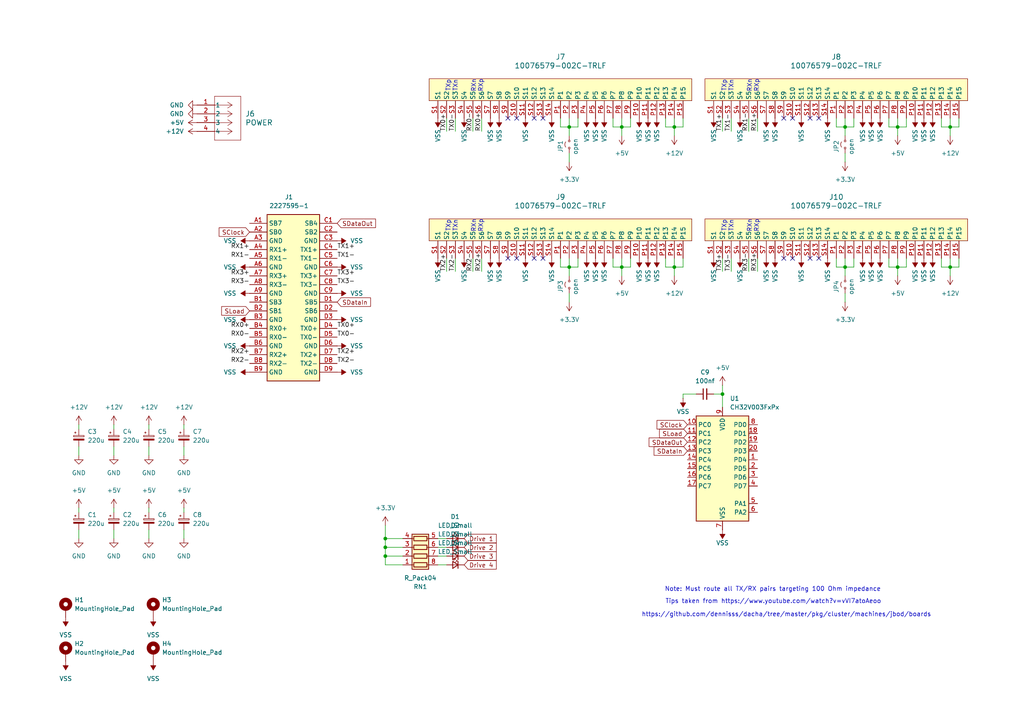
<source format=kicad_sch>
(kicad_sch (version 20250114) (generator "eeschema") (generator_version "9.0")
  (paper "A4")
  (lib_symbols
    (symbol "Device:C_Polarized_Small" (pin_numbers (hide yes)) (pin_names (offset 0.254) (hide yes))
      (property "Reference" "C" (at 0.254 1.778 0))
      (property "Value" "C_Polarized_Small" (at 0.254 -2.032 0))
      (symbol "C_Polarized_Small_1_1"
        (pin passive line (at 0 2.54 270) (length 1.8542) (name "~") (number "1"))
        (pin passive line (at 0 -2.54 90) (length 1.8542) (name "~") (number "2"))
      )
    )
    (symbol "Device:C_Small" (pin_numbers (hide yes)) (pin_names (offset 0.254) (hide yes))
      (property "Reference" "C" (at 0.254 1.778 0))
      (property "Value" "C_Small" (at 0.254 -2.032 0))
      (symbol "C_Small_1_1"
        (pin passive line (at 0 2.54 270) (length 2.032) (name "~") (number "1"))
        (pin passive line (at 0 -2.54 90) (length 2.032) (name "~") (number "2"))
      )
    )
    (symbol "Device:LED_Small" (pin_numbers (hide yes)) (pin_names (offset 0.254) (hide yes))
      (property "Reference" "D" (at -1.27 3.175 0))
      (property "Value" "LED_Small" (at -4.445 -2.54 0))
      (symbol "LED_Small_1_1"
        (pin passive line (at -2.54 0 0) (length 1.778) (name "K") (number "1"))
        (pin passive line (at 2.54 0 180) (length 1.778) (name "A") (number "2"))
      )
    )
    (symbol "Device:R_Pack04" (pin_names (offset 0) (hide yes))
      (property "Reference" "RN" (at -7.62 0 90))
      (property "Value" "R_Pack04" (at 5.08 0 90))
      (symbol "R_Pack04_1_1"
        (pin passive line (at -5.08 5.08 270) (length 2.54) (name "R1.2") (number "8"))
        (pin passive line (at -5.08 -5.08 90) (length 2.54) (name "R1.1") (number "1"))
        (pin passive line (at -2.54 5.08 270) (length 2.54) (name "R2.2") (number "7"))
        (pin passive line (at -2.54 -5.08 90) (length 2.54) (name "R2.1") (number "2"))
        (pin passive line (at 0 5.08 270) (length 2.54) (name "R3.2") (number "6"))
        (pin passive line (at 0 -5.08 90) (length 2.54) (name "R3.1") (number "3"))
        (pin passive line (at 2.54 5.08 270) (length 2.54) (name "R4.2") (number "5"))
        (pin passive line (at 2.54 -5.08 90) (length 2.54) (name "R4.1") (number "4"))
      )
    )
    (symbol "Jumper:Jumper_2_Small_Open" (pin_numbers (hide yes)) (pin_names (offset 0) (hide yes))
      (property "Reference" "JP" (at 0 2.794 0))
      (property "Value" "Jumper_2_Small_Open" (at 0 -2.286 0))
      (symbol "Jumper_2_Small_Open_1_1"
        (pin passive line (at -2.54 0 0) (length 1.27) (name "A") (number "1"))
        (pin passive line (at 2.54 0 180) (length 1.27) (name "B") (number "2"))
      )
    )
    (symbol "MCU_WCH_CH32V0:CH32V003FxPx"
      (property "Reference" "U" (at -7.62 17.78 0))
      (property "Value" "CH32V003FxPx" (at 7.62 17.78 0))
      (symbol "CH32V003FxPx_1_1"
        (pin bidirectional line (at -10.16 12.7 0) (length 2.54) (name "PC0") (number "10"))
        (pin bidirectional line (at -10.16 10.16 0) (length 2.54) (name "PC1") (number "11"))
        (pin bidirectional line (at -10.16 7.62 0) (length 2.54) (name "PC2") (number "12"))
        (pin bidirectional line (at -10.16 5.08 0) (length 2.54) (name "PC3") (number "13"))
        (pin bidirectional line (at -10.16 2.54 0) (length 2.54) (name "PC4") (number "14"))
        (pin bidirectional line (at -10.16 0 0) (length 2.54) (name "PC5") (number "15"))
        (pin bidirectional line (at -10.16 -2.54 0) (length 2.54) (name "PC6") (number "16"))
        (pin bidirectional line (at -10.16 -5.08 0) (length 2.54) (name "PC7") (number "17"))
        (pin power_in line (at 0 17.78 270) (length 2.54) (name "VDD") (number "9"))
        (pin power_in line (at 0 -17.78 90) (length 2.54) (name "VSS") (number "7"))
        (pin bidirectional line (at 10.16 12.7 180) (length 2.54) (name "PD0") (number "8"))
        (pin bidirectional line (at 10.16 10.16 180) (length 2.54) (name "PD1") (number "18"))
        (pin bidirectional line (at 10.16 7.62 180) (length 2.54) (name "PD2") (number "19"))
        (pin bidirectional line (at 10.16 5.08 180) (length 2.54) (name "PD3") (number "20"))
        (pin bidirectional line (at 10.16 2.54 180) (length 2.54) (name "PD4") (number "1"))
        (pin bidirectional line (at 10.16 0 180) (length 2.54) (name "PD5") (number "2"))
        (pin bidirectional line (at 10.16 -2.54 180) (length 2.54) (name "PD6") (number "3"))
        (pin bidirectional line (at 10.16 -5.08 180) (length 2.54) (name "PD7") (number "4"))
        (pin bidirectional line (at 10.16 -10.16 180) (length 2.54) (name "PA1") (number "5"))
        (pin bidirectional line (at 10.16 -12.7 180) (length 2.54) (name "PA2") (number "6"))
      )
    )
    (symbol "Mechanical:MountingHole_Pad" (pin_numbers (hide yes)) (pin_names (offset 1.016) (hide yes)) (exclude_from_sim yes) (in_bom no)
      (property "Reference" "H" (at 0 6.35 0))
      (property "Value" "MountingHole_Pad" (at 0 4.445 0))
      (symbol "MountingHole_Pad_1_1"
        (pin input line (at 0 -2.54 90) (length 2.54) (name "1") (number "1"))
      )
    )
    (symbol "UE-Connector:10076579-002C-TRLF" (pin_names (offset 0.254))
      (property "Reference" "J" (at 8.89 6.35 0))
      (property "Value" "10076579-002C-TRLF" (at 1.27 4.064 0))
      (symbol "10076579-002C-TRLF_1_1"
        (pin unspecified line (at 0 0 0) (length 5.08) (name "S1") (number "S1"))
        (pin unspecified line (at 0 -2.54 0) (length 5.08) (name "S2") (number "S2"))
        (pin unspecified line (at 0 -5.08 0) (length 5.08) (name "S3") (number "S3"))
        (pin unspecified line (at 0 -7.62 0) (length 5.08) (name "S4") (number "S4"))
        (pin unspecified line (at 0 -10.16 0) (length 5.08) (name "S5") (number "S5"))
        (pin unspecified line (at 0 -12.7 0) (length 5.08) (name "S6") (number "S6"))
        (pin unspecified line (at 0 -15.24 0) (length 5.08) (name "S7") (number "S7"))
        (pin unspecified line (at 0 -17.78 0) (length 5.08) (name "S8") (number "S8"))
        (pin unspecified line (at 0 -20.32 0) (length 5.08) (name "S9") (number "S9"))
        (pin unspecified line (at 0 -22.86 0) (length 5.08) (name "S10") (number "S10"))
        (pin unspecified line (at 0 -25.4 0) (length 5.08) (name "S11") (number "S11"))
        (pin unspecified line (at 0 -27.94 0) (length 5.08) (name "S12") (number "S12"))
        (pin unspecified line (at 0 -30.48 0) (length 5.08) (name "S13") (number "S13"))
        (pin unspecified line (at 0 -33.02 0) (length 5.08) (name "S14") (number "S14"))
        (pin unspecified line (at 0 -35.56 0) (length 5.08) (name "P1") (number "P1"))
        (pin unspecified line (at 0 -38.1 0) (length 5.08) (name "P2") (number "P2"))
        (pin unspecified line (at 0 -40.64 0) (length 5.08) (name "P3") (number "P3"))
        (pin unspecified line (at 0 -43.18 0) (length 5.08) (name "P4") (number "P4"))
        (pin unspecified line (at 0 -45.72 0) (length 5.08) (name "P5") (number "P5"))
        (pin unspecified line (at 0 -48.26 0) (length 5.08) (name "P6") (number "P6"))
        (pin unspecified line (at 0 -50.8 0) (length 5.08) (name "P7") (number "P7"))
        (pin unspecified line (at 0 -53.34 0) (length 5.08) (name "P8") (number "P8"))
        (pin unspecified line (at 0 -55.88 0) (length 5.08) (name "P9") (number "P9"))
        (pin unspecified line (at 0 -58.42 0) (length 5.08) (name "P10") (number "P10"))
        (pin unspecified line (at 0 -60.96 0) (length 5.08) (name "P11") (number "P11"))
        (pin unspecified line (at 0 -63.5 0) (length 5.08) (name "P12") (number "P12"))
        (pin unspecified line (at 0 -66.04 0) (length 5.08) (name "P13") (number "P13"))
        (pin unspecified line (at 0 -68.58 0) (length 5.08) (name "P14") (number "P14"))
        (pin unspecified line (at 0 -71.12 0) (length 5.08) (name "P15") (number "P15"))
      )
      (symbol "10076579-002C-TRLF_1_2"
        (pin unspecified line (at 0 0 0) (length 5.08) (name "S1") (number "S1"))
        (pin unspecified line (at 0 -2.54 0) (length 5.08) (name "S2") (number "S2"))
        (pin unspecified line (at 0 -5.08 0) (length 5.08) (name "S3") (number "S3"))
        (pin unspecified line (at 0 -7.62 0) (length 5.08) (name "S4") (number "S4"))
        (pin unspecified line (at 0 -10.16 0) (length 5.08) (name "S5") (number "S5"))
        (pin unspecified line (at 0 -12.7 0) (length 5.08) (name "S6") (number "S6"))
        (pin unspecified line (at 0 -15.24 0) (length 5.08) (name "S7") (number "S7"))
        (pin unspecified line (at 0 -17.78 0) (length 5.08) (name "S8") (number "S8"))
        (pin unspecified line (at 0 -20.32 0) (length 5.08) (name "S9") (number "S9"))
        (pin unspecified line (at 0 -22.86 0) (length 5.08) (name "S10") (number "S10"))
        (pin unspecified line (at 0 -25.4 0) (length 5.08) (name "S11") (number "S11"))
        (pin unspecified line (at 0 -27.94 0) (length 5.08) (name "S12") (number "S12"))
        (pin unspecified line (at 0 -30.48 0) (length 5.08) (name "S13") (number "S13"))
        (pin unspecified line (at 0 -33.02 0) (length 5.08) (name "S14") (number "S14"))
        (pin unspecified line (at 0 -35.56 0) (length 5.08) (name "P1") (number "P1"))
        (pin unspecified line (at 0 -38.1 0) (length 5.08) (name "P2") (number "P2"))
        (pin unspecified line (at 0 -40.64 0) (length 5.08) (name "P3") (number "P3"))
        (pin unspecified line (at 0 -43.18 0) (length 5.08) (name "P4") (number "P4"))
        (pin unspecified line (at 0 -45.72 0) (length 5.08) (name "P5") (number "P5"))
        (pin unspecified line (at 0 -48.26 0) (length 5.08) (name "P6") (number "P6"))
        (pin unspecified line (at 0 -50.8 0) (length 5.08) (name "P7") (number "P7"))
        (pin unspecified line (at 0 -53.34 0) (length 5.08) (name "P8") (number "P8"))
        (pin unspecified line (at 0 -55.88 0) (length 5.08) (name "P9") (number "P9"))
        (pin unspecified line (at 0 -58.42 0) (length 5.08) (name "P10") (number "P10"))
        (pin unspecified line (at 0 -60.96 0) (length 5.08) (name "P11") (number "P11"))
        (pin unspecified line (at 0 -63.5 0) (length 5.08) (name "P12") (number "P12"))
        (pin unspecified line (at 0 -66.04 0) (length 5.08) (name "P13") (number "P13"))
        (pin unspecified line (at 0 -68.58 0) (length 5.08) (name "P14") (number "P14"))
        (pin unspecified line (at 0 -71.12 0) (length 5.08) (name "P15") (number "P15"))
      )
    )
    (symbol "UE-Connector:2227595-1"
      (property "Reference" "J" (at 5.08 7.62 0))
      (property "Value" "2227595-1" (at 5.08 5.08 0))
      (symbol "2227595-1_1_1"
        (pin passive line (at 0 0 0) (length 5.08) (name "SB7") (number "A1"))
        (pin passive line (at 0 -2.54 0) (length 5.08) (name "SB0") (number "A2"))
        (pin passive line (at 0 -5.08 0) (length 5.08) (name "GND") (number "A3"))
        (pin passive line (at 0 -7.62 0) (length 5.08) (name "RX1+") (number "A4"))
        (pin passive line (at 0 -10.16 0) (length 5.08) (name "RX1-") (number "A5"))
        (pin passive line (at 0 -12.7 0) (length 5.08) (name "GND") (number "A6"))
        (pin passive line (at 0 -15.24 0) (length 5.08) (name "RX3+") (number "A7"))
        (pin passive line (at 0 -17.78 0) (length 5.08) (name "RX3-") (number "A8"))
        (pin passive line (at 0 -20.32 0) (length 5.08) (name "GND") (number "A9"))
        (pin passive line (at 0 -22.86 0) (length 5.08) (name "SB3") (number "B1"))
        (pin passive line (at 0 -25.4 0) (length 5.08) (name "SB1") (number "B2"))
        (pin passive line (at 0 -27.94 0) (length 5.08) (name "GND") (number "B3"))
        (pin passive line (at 0 -30.48 0) (length 5.08) (name "RX0+") (number "B4"))
        (pin passive line (at 0 -33.02 0) (length 5.08) (name "RX0-") (number "B5"))
        (pin passive line (at 0 -35.56 0) (length 5.08) (name "GND") (number "B6"))
        (pin passive line (at 0 -38.1 0) (length 5.08) (name "RX2+") (number "B7"))
        (pin passive line (at 0 -40.64 0) (length 5.08) (name "RX2-") (number "B8"))
        (pin passive line (at 0 -43.18 0) (length 5.08) (name "GND") (number "B9"))
        (pin passive line (at 25.4 0 180) (length 5.08) (name "SB4") (number "C1"))
        (pin passive line (at 25.4 -2.54 180) (length 5.08) (name "SB2") (number "C2"))
        (pin passive line (at 25.4 -5.08 180) (length 5.08) (name "GND") (number "C3"))
        (pin passive line (at 25.4 -7.62 180) (length 5.08) (name "TX1+") (number "C4"))
        (pin passive line (at 25.4 -10.16 180) (length 5.08) (name "TX1-") (number "C5"))
        (pin passive line (at 25.4 -12.7 180) (length 5.08) (name "GND") (number "C6"))
        (pin passive line (at 25.4 -15.24 180) (length 5.08) (name "TX3+") (number "C7"))
        (pin passive line (at 25.4 -17.78 180) (length 5.08) (name "TX3-") (number "C8"))
        (pin passive line (at 25.4 -20.32 180) (length 5.08) (name "GND") (number "C9"))
        (pin passive line (at 25.4 -22.86 180) (length 5.08) (name "SB5") (number "D1"))
        (pin passive line (at 25.4 -25.4 180) (length 5.08) (name "SB6") (number "D2"))
        (pin passive line (at 25.4 -27.94 180) (length 5.08) (name "GND") (number "D3"))
        (pin passive line (at 25.4 -30.48 180) (length 5.08) (name "TX0+") (number "D4"))
        (pin passive line (at 25.4 -33.02 180) (length 5.08) (name "TX0-") (number "D5"))
        (pin passive line (at 25.4 -35.56 180) (length 5.08) (name "GND") (number "D6"))
        (pin passive line (at 25.4 -38.1 180) (length 5.08) (name "TX2+") (number "D7"))
        (pin passive line (at 25.4 -40.64 180) (length 5.08) (name "TX2-") (number "D8"))
        (pin passive line (at 25.4 -43.18 180) (length 5.08) (name "GND") (number "D9"))
      )
    )
    (symbol "molex_microfit_2x2:430450423" (pin_names (offset 0.254))
      (property "Reference" "J" (at 8.89 6.35 0))
      (property "Value" "430450423" (at 0 0 0))
      (symbol "430450423_1_1"
        (pin unspecified line (at 0 0 0) (length 5.08) (name "1") (number "1"))
        (pin unspecified line (at 0 -2.54 0) (length 5.08) (name "2") (number "2"))
        (pin unspecified line (at 0 -5.08 0) (length 5.08) (name "3") (number "3"))
        (pin unspecified line (at 0 -7.62 0) (length 5.08) (name "4") (number "4"))
      )
      (symbol "430450423_1_2"
        (pin unspecified line (at 0 0 0) (length 5.08) (name "1") (number "1"))
        (pin unspecified line (at 0 -2.54 0) (length 5.08) (name "2") (number "2"))
        (pin unspecified line (at 0 -5.08 0) (length 5.08) (name "3") (number "3"))
        (pin unspecified line (at 0 -7.62 0) (length 5.08) (name "4") (number "4"))
      )
    )
    (symbol "power:+12V" (power) (pin_numbers (hide yes)) (pin_names (offset 0) (hide yes))
      (property "Value" "+12V" (at 0 3.556 0))
      (symbol "+12V_1_1"
        (pin power_in line (at 0 0 90) (length 0) (name "~") (number "1"))
      )
    )
    (symbol "power:+3.3V" (power) (pin_numbers (hide yes)) (pin_names (offset 0) (hide yes))
      (property "Value" "+3.3V" (at 0 3.556 0))
      (symbol "+3.3V_1_1"
        (pin power_in line (at 0 0 90) (length 0) (name "~") (number "1"))
      )
    )
    (symbol "power:+5V" (power) (pin_numbers (hide yes)) (pin_names (offset 0) (hide yes))
      (property "Value" "+5V" (at 0 3.556 0))
      (symbol "+5V_1_1"
        (pin power_in line (at 0 0 90) (length 0) (name "~") (number "1"))
      )
    )
    (symbol "power:GND" (power) (pin_names (offset 0))
      (property "Value" "GND" (at 0 -3.81 0))
      (symbol "GND_1_1"
        (pin power_in line (at 0 0 270) (length 0) (hide yes) (name "GND") (number "1"))
      )
    )
    (symbol "power:VSS" (power) (pin_numbers (hide yes)) (pin_names (offset 0) (hide yes))
      (property "Value" "VSS" (at 0 3.556 0))
      (symbol "VSS_1_1"
        (pin power_in line (at 0 0 90) (length 0) (name "~") (number "1"))
      )
    )
  )
  (text "RXn\nRXp" (at 138.43 65.532 90) (effects (font (size 1.27 1.27))))
  (text "RXn\nRXp" (at 138.43 24.892 90) (effects (font (size 1.27 1.27))))
  (text "https://github.com/dennisss/dacha/tree/master/pkg/cluster/machines/jbod/boards" (at 228.092 178.308 0) (effects (font (size 1.27 1.27))))
  (text "TXp\nTXn" (at 131.064 24.892 90) (effects (font (size 1.27 1.27))))
  (text "TXp\nTXn" (at 211.074 65.532 90) (effects (font (size 1.27 1.27))))
  (text "RXn\nRXp" (at 218.44 24.892 90) (effects (font (size 1.27 1.27))))
  (text "TXp\nTXn" (at 131.064 65.532 90) (effects (font (size 1.27 1.27))))
  (text "TXp\nTXn" (at 211.074 24.892 90) (effects (font (size 1.27 1.27))))
  (text "Tips taken from https://www.youtube.com/watch?v=vVI7atoAeoo" (at 224.282 174.498 0) (effects (font (size 1.27 1.27))))
  (text "RXn\nRXp" (at 218.44 65.532 90) (effects (font (size 1.27 1.27))))
  (text "Note: Must route all TX/RX pairs targeting 100 Ohm impedance" (at 192.786 171.704 0) (effects (font (size 1.27 1.27)) (justify left bottom)))
  (junction (at 165.1 36.83))
  (junction (at 260.35 36.83))
  (junction (at 111.76 161.29))
  (junction (at 275.59 77.47))
  (junction (at 245.11 77.47))
  (junction (at 180.34 36.83))
  (junction (at 245.11 36.83))
  (junction (at 195.58 77.47))
  (junction (at 275.59 36.83))
  (junction (at 260.35 77.47))
  (junction (at 195.58 36.83))
  (junction (at 209.55 114.3))
  (junction (at 165.1 77.47))
  (junction (at 180.34 77.47))
  (junction (at 111.76 156.21))
  (junction (at 111.76 158.75))
  (no_connect (at 149.86 34.29))
  (no_connect (at 157.48 34.29))
  (no_connect (at 157.48 74.93))
  (no_connect (at 237.49 34.29))
  (no_connect (at 234.95 34.29))
  (no_connect (at 229.87 74.93))
  (no_connect (at 227.33 74.93))
  (no_connect (at 147.32 34.29))
  (no_connect (at 227.33 34.29))
  (no_connect (at 154.94 34.29))
  (no_connect (at 237.49 74.93))
  (no_connect (at 234.95 74.93))
  (no_connect (at 149.86 74.93))
  (no_connect (at 229.87 34.29))
  (no_connect (at 154.94 74.93))
  (no_connect (at 147.32 74.93))
  (wire (pts (xy 212.09 74.93) (xy 212.09 78.74)))
  (wire (pts (xy 43.18 153.67) (xy 43.18 156.21)))
  (wire (pts (xy 262.89 74.93) (xy 262.89 77.47)))
  (wire (pts (xy 137.16 74.93) (xy 137.16 78.74)))
  (wire (pts (xy 165.1 85.09) (xy 165.1 87.63)))
  (wire (pts (xy 43.18 123.19) (xy 43.18 124.46)))
  (wire (pts (xy 247.65 77.47) (xy 247.65 74.93)))
  (wire (pts (xy 209.55 74.93) (xy 209.55 78.74)))
  (wire (pts (xy 165.1 77.47) (xy 165.1 80.01)))
  (wire (pts (xy 195.58 77.47) (xy 198.12 77.47)))
  (wire (pts (xy 182.88 34.29) (xy 182.88 36.83)))
  (wire (pts (xy 219.71 34.29) (xy 219.71 38.1)))
  (wire (pts (xy 193.04 36.83) (xy 195.58 36.83)))
  (wire (pts (xy 137.16 34.29) (xy 137.16 38.1)))
  (wire (pts (xy 127 158.75) (xy 129.54 158.75)))
  (wire (pts (xy 116.84 163.83) (xy 111.76 163.83)))
  (wire (pts (xy 139.7 34.29) (xy 139.7 38.1)))
  (wire (pts (xy 260.35 34.29) (xy 260.35 36.83)))
  (wire (pts (xy 177.8 36.83) (xy 180.34 36.83)))
  (wire (pts (xy 275.59 36.83) (xy 278.13 36.83)))
  (wire (pts (xy 180.34 77.47) (xy 182.88 77.47)))
  (wire (pts (xy 111.76 161.29) (xy 116.84 161.29)))
  (wire (pts (xy 242.57 36.83) (xy 245.11 36.83)))
  (wire (pts (xy 193.04 74.93) (xy 193.04 77.47)))
  (wire (pts (xy 219.71 74.93) (xy 219.71 78.74)))
  (wire (pts (xy 217.17 74.93) (xy 217.17 78.74)))
  (wire (pts (xy 245.11 77.47) (xy 247.65 77.47)))
  (wire (pts (xy 111.76 156.21) (xy 116.84 156.21)))
  (wire (pts (xy 245.11 77.47) (xy 245.11 80.01)))
  (wire (pts (xy 180.34 34.29) (xy 180.34 36.83)))
  (wire (pts (xy 260.35 77.47) (xy 260.35 80.01)))
  (wire (pts (xy 245.11 34.29) (xy 245.11 36.83)))
  (wire (pts (xy 195.58 36.83) (xy 198.12 36.83)))
  (wire (pts (xy 167.64 36.83) (xy 167.64 34.29)))
  (wire (pts (xy 165.1 34.29) (xy 165.1 36.83)))
  (wire (pts (xy 22.86 153.67) (xy 22.86 156.21)))
  (wire (pts (xy 53.34 123.19) (xy 53.34 124.46)))
  (wire (pts (xy 111.76 158.75) (xy 111.76 156.21)))
  (wire (pts (xy 22.86 123.19) (xy 22.86 124.46)))
  (wire (pts (xy 111.76 161.29) (xy 111.76 158.75)))
  (wire (pts (xy 275.59 77.47) (xy 278.13 77.47)))
  (wire (pts (xy 43.18 129.54) (xy 43.18 132.08)))
  (wire (pts (xy 209.55 34.29) (xy 209.55 38.1)))
  (wire (pts (xy 177.8 74.93) (xy 177.8 77.47)))
  (wire (pts (xy 247.65 36.83) (xy 247.65 34.29)))
  (wire (pts (xy 165.1 44.45) (xy 165.1 46.99)))
  (wire (pts (xy 195.58 34.29) (xy 195.58 36.83)))
  (wire (pts (xy 182.88 74.93) (xy 182.88 77.47)))
  (wire (pts (xy 275.59 34.29) (xy 275.59 36.83)))
  (wire (pts (xy 193.04 77.47) (xy 195.58 77.47)))
  (wire (pts (xy 209.55 111.76) (xy 209.55 114.3)))
  (wire (pts (xy 278.13 34.29) (xy 278.13 36.83)))
  (wire (pts (xy 275.59 74.93) (xy 275.59 77.47)))
  (wire (pts (xy 111.76 158.75) (xy 116.84 158.75)))
  (wire (pts (xy 257.81 77.47) (xy 260.35 77.47)))
  (wire (pts (xy 180.34 36.83) (xy 182.88 36.83)))
  (wire (pts (xy 167.64 77.47) (xy 167.64 74.93)))
  (wire (pts (xy 198.12 115.57) (xy 198.12 114.3)))
  (wire (pts (xy 22.86 129.54) (xy 22.86 132.08)))
  (wire (pts (xy 198.12 34.29) (xy 198.12 36.83)))
  (wire (pts (xy 127 156.21) (xy 129.54 156.21)))
  (wire (pts (xy 278.13 74.93) (xy 278.13 77.47)))
  (wire (pts (xy 257.81 34.29) (xy 257.81 36.83)))
  (wire (pts (xy 245.11 36.83) (xy 247.65 36.83)))
  (wire (pts (xy 165.1 36.83) (xy 167.64 36.83)))
  (wire (pts (xy 195.58 77.47) (xy 195.58 80.01)))
  (wire (pts (xy 275.59 36.83) (xy 275.59 39.37)))
  (wire (pts (xy 177.8 77.47) (xy 180.34 77.47)))
  (wire (pts (xy 245.11 44.45) (xy 245.11 46.99)))
  (wire (pts (xy 180.34 36.83) (xy 180.34 39.37)))
  (wire (pts (xy 129.54 74.93) (xy 129.54 78.74)))
  (wire (pts (xy 273.05 77.47) (xy 275.59 77.47)))
  (wire (pts (xy 53.34 153.67) (xy 53.34 156.21)))
  (wire (pts (xy 195.58 36.83) (xy 195.58 39.37)))
  (wire (pts (xy 33.02 123.19) (xy 33.02 124.46)))
  (wire (pts (xy 242.57 77.47) (xy 245.11 77.47)))
  (wire (pts (xy 127 163.83) (xy 129.54 163.83)))
  (wire (pts (xy 33.02 153.67) (xy 33.02 156.21)))
  (wire (pts (xy 217.17 34.29) (xy 217.17 38.1)))
  (wire (pts (xy 245.11 85.09) (xy 245.11 87.63)))
  (wire (pts (xy 273.05 34.29) (xy 273.05 36.83)))
  (wire (pts (xy 257.81 74.93) (xy 257.81 77.47)))
  (wire (pts (xy 180.34 74.93) (xy 180.34 77.47)))
  (wire (pts (xy 22.86 147.32) (xy 22.86 148.59)))
  (wire (pts (xy 260.35 36.83) (xy 260.35 39.37)))
  (wire (pts (xy 132.08 74.93) (xy 132.08 78.74)))
  (wire (pts (xy 162.56 36.83) (xy 165.1 36.83)))
  (wire (pts (xy 193.04 34.29) (xy 193.04 36.83)))
  (wire (pts (xy 275.59 77.47) (xy 275.59 80.01)))
  (wire (pts (xy 111.76 163.83) (xy 111.76 161.29)))
  (wire (pts (xy 260.35 74.93) (xy 260.35 77.47)))
  (wire (pts (xy 111.76 156.21) (xy 111.76 152.4)))
  (wire (pts (xy 260.35 77.47) (xy 262.89 77.47)))
  (wire (pts (xy 33.02 129.54) (xy 33.02 132.08)))
  (wire (pts (xy 207.01 114.3) (xy 209.55 114.3)))
  (wire (pts (xy 257.81 36.83) (xy 260.35 36.83)))
  (wire (pts (xy 209.55 114.3) (xy 209.55 118.11)))
  (wire (pts (xy 129.54 34.29) (xy 129.54 38.1)))
  (wire (pts (xy 132.08 34.29) (xy 132.08 38.1)))
  (wire (pts (xy 245.11 74.93) (xy 245.11 77.47)))
  (wire (pts (xy 127 161.29) (xy 129.54 161.29)))
  (wire (pts (xy 165.1 74.93) (xy 165.1 77.47)))
  (wire (pts (xy 195.58 74.93) (xy 195.58 77.47)))
  (wire (pts (xy 53.34 147.32) (xy 53.34 148.59)))
  (wire (pts (xy 260.35 36.83) (xy 262.89 36.83)))
  (wire (pts (xy 162.56 74.93) (xy 162.56 77.47)))
  (wire (pts (xy 162.56 34.29) (xy 162.56 36.83)))
  (wire (pts (xy 165.1 36.83) (xy 165.1 39.37)))
  (wire (pts (xy 33.02 147.32) (xy 33.02 148.59)))
  (wire (pts (xy 53.34 129.54) (xy 53.34 132.08)))
  (wire (pts (xy 242.57 34.29) (xy 242.57 36.83)))
  (wire (pts (xy 43.18 147.32) (xy 43.18 148.59)))
  (wire (pts (xy 177.8 34.29) (xy 177.8 36.83)))
  (wire (pts (xy 262.89 34.29) (xy 262.89 36.83)))
  (wire (pts (xy 273.05 74.93) (xy 273.05 77.47)))
  (wire (pts (xy 180.34 77.47) (xy 180.34 80.01)))
  (wire (pts (xy 198.12 114.3) (xy 201.93 114.3)))
  (wire (pts (xy 162.56 77.47) (xy 165.1 77.47)))
  (wire (pts (xy 212.09 34.29) (xy 212.09 38.1)))
  (wire (pts (xy 198.12 74.93) (xy 198.12 77.47)))
  (wire (pts (xy 139.7 74.93) (xy 139.7 78.74)))
  (wire (pts (xy 245.11 36.83) (xy 245.11 39.37)))
  (wire (pts (xy 242.57 74.93) (xy 242.57 77.47)))
  (wire (pts (xy 273.05 36.83) (xy 275.59 36.83)))
  (wire (pts (xy 165.1 77.47) (xy 167.64 77.47)))
  (label "TX1-" (at 97.79 74.93 0))
  (label "TX0-" (at 97.79 97.79 0))
  (label "RX3+" (at 72.39 80.01 180))
  (label "TX1+" (at 209.55 38.1 90))
  (label "RX3-" (at 217.17 78.74 90))
  (label "TX0-" (at 132.08 38.1 90))
  (label "RX3+" (at 219.71 78.74 90))
  (label "TX2+" (at 129.54 78.74 90))
  (label "TX3-" (at 212.09 78.74 90))
  (label "TX3-" (at 97.79 82.55 0))
  (label "RX1+" (at 72.39 72.39 180))
  (label "RX2+" (at 72.39 102.87 180))
  (label "TX2+" (at 97.79 102.87 0))
  (label "TX1-" (at 212.09 38.1 90))
  (label "TX2-" (at 97.79 105.41 0))
  (label "TX3+" (at 97.79 80.01 0))
  (label "RX2-" (at 72.39 105.41 180))
  (label "RX0+" (at 139.7 38.1 90))
  (label "TX1+" (at 97.79 72.39 0))
  (label "RX0-" (at 72.39 97.79 180))
  (label "TX0+" (at 97.79 95.25 0))
  (label "RX3-" (at 72.39 82.55 180))
  (label "RX2+" (at 139.7 78.74 90))
  (label "TX0+" (at 129.54 38.1 90))
  (label "RX2-" (at 137.16 78.74 90))
  (label "RX0+" (at 72.39 95.25 180))
  (label "RX0-" (at 137.16 38.1 90))
  (label "RX1-" (at 217.17 38.1 90))
  (label "RX1+" (at 219.71 38.1 90))
  (label "TX2-" (at 132.08 78.74 90))
  (label "TX3+" (at 209.55 78.74 90))
  (label "RX1-" (at 72.39 74.93 180))
  (global_label "Drive 2" (shape input) (at 134.62 158.75 0) (property "Intersheetrefs" "${INTERSHEET_REFS}" (effects (hide yes))))
  (global_label "SDataOut" (shape input) (at 97.79 64.77 0) (property "Intersheetrefs" "${INTERSHEET_REFS}" (effects (hide yes))))
  (global_label "SDataOut" (shape input) (at 199.39 128.27 180) (property "Intersheetrefs" "${INTERSHEET_REFS}" (effects (hide yes))))
  (global_label "SClock" (shape input) (at 72.39 67.31 180) (property "Intersheetrefs" "${INTERSHEET_REFS}" (effects (hide yes))))
  (global_label "Drive 4" (shape input) (at 134.62 163.83 0) (property "Intersheetrefs" "${INTERSHEET_REFS}" (effects (hide yes))))
  (global_label "SLoad" (shape input) (at 72.39 90.17 180) (property "Intersheetrefs" "${INTERSHEET_REFS}" (effects (hide yes))))
  (global_label "SDataIn" (shape input) (at 97.79 87.63 0) (property "Intersheetrefs" "${INTERSHEET_REFS}" (effects (hide yes))))
  (global_label "Drive 3" (shape input) (at 134.62 161.29 0) (property "Intersheetrefs" "${INTERSHEET_REFS}" (effects (hide yes))))
  (global_label "SDataIn" (shape input) (at 199.39 130.81 180) (property "Intersheetrefs" "${INTERSHEET_REFS}" (effects (hide yes))))
  (global_label "SClock" (shape input) (at 199.39 123.19 180) (property "Intersheetrefs" "${INTERSHEET_REFS}" (effects (hide yes))))
  (global_label "SLoad" (shape input) (at 199.39 125.73 180) (property "Intersheetrefs" "${INTERSHEET_REFS}" (effects (hide yes))))
  (global_label "Drive 1" (shape input) (at 134.62 156.21 0) (property "Intersheetrefs" "${INTERSHEET_REFS}" (effects (hide yes))))
  (symbol (lib_id "power:VSS") (at 185.42 74.93 180) (unit 1)
    (property "Reference" "#PWR057" (effects (hide yes)))
    (property "Value" "VSS" (at 185.42 80.01 90))
    (property "Description" "Power symbol creates a global label with name \"VSS\"" (effects (hide yes)))
  )
  (symbol (lib_id "power:GND") (at 33.02 156.21 0) (unit 1)
    (property "Reference" "#PWR0101" (effects (hide yes)))
    (property "Value" "GND" (at 33.02 161.29 0))
  )
  (symbol (lib_id "power:GND") (at 57.15 30.48 270) (unit 1)
    (property "Reference" "#PWR01" (effects (hide yes)))
    (property "Value" "GND" (at 53.34 30.48 90) (effects (justify right)))
  )
  (symbol (lib_id "power:VSS") (at 214.63 34.29 180) (unit 1)
    (property "Reference" "#PWR019" (effects (hide yes)))
    (property "Value" "VSS" (at 214.63 39.37 90))
    (property "Description" "Power symbol creates a global label with name \"VSS\"" (effects (hide yes)))
  )
  (symbol (lib_id "power:VSS") (at 190.5 34.29 180) (unit 1)
    (property "Reference" "#PWR096" (effects (hide yes)))
    (property "Value" "VSS" (at 190.5 39.37 90))
    (property "Description" "Power symbol creates a global label with name \"VSS\"" (effects (hide yes)))
  )
  (symbol (lib_id "Mechanical:MountingHole_Pad") (at 44.45 176.53 0) (unit 1) (exclude_from_sim yes) (in_bom no)
    (property "Reference" "H3" (at 46.99 173.9899 0) (effects (justify left)))
    (property "Value" "MountingHole_Pad" (at 46.99 176.5299 0) (effects (justify left)))
    (property "Footprint" "MountingHole:MountingHole_3.2mm_M3_DIN965_Pad" (effects (hide yes)))
    (property "Description" "Mounting Hole with connection" (effects (hide yes)))
  )
  (symbol (lib_id "power:VSS") (at 265.43 34.29 180) (unit 1)
    (property "Reference" "#PWR032" (effects (hide yes)))
    (property "Value" "VSS" (at 265.43 39.37 90))
    (property "Description" "Power symbol creates a global label with name \"VSS\"" (effects (hide yes)))
  )
  (symbol (lib_id "power:VSS") (at 127 74.93 180) (unit 1)
    (property "Reference" "#PWR038" (effects (hide yes)))
    (property "Value" "VSS" (at 127 80.01 90))
    (property "Description" "Power symbol creates a global label with name \"VSS\"" (effects (hide yes)))
  )
  (symbol (lib_id "Mechanical:MountingHole_Pad") (at 44.45 189.23 0) (unit 1) (exclude_from_sim yes) (in_bom no)
    (property "Reference" "H4" (at 46.99 186.6899 0) (effects (justify left)))
    (property "Value" "MountingHole_Pad" (at 46.99 189.2299 0) (effects (justify left)))
    (property "Footprint" "MountingHole:MountingHole_3.2mm_M3_DIN965_Pad" (effects (hide yes)))
    (property "Description" "Mounting Hole with connection" (effects (hide yes)))
  )
  (symbol (lib_id "power:VSS") (at 134.62 74.93 180) (unit 1)
    (property "Reference" "#PWR040" (effects (hide yes)))
    (property "Value" "VSS" (at 134.62 80.01 90))
    (property "Description" "Power symbol creates a global label with name \"VSS\"" (effects (hide yes)))
  )
  (symbol (lib_id "power:+3.3V") (at 165.1 87.63 180) (unit 1)
    (property "Reference" "#PWR048" (effects (hide yes)))
    (property "Value" "+3.3V" (at 165.1 92.71 0))
    (property "Description" "Power symbol creates a global label with name \"+3.3V\"" (effects (hide yes)))
  )
  (symbol (lib_id "power:VSS") (at 170.18 34.29 180) (unit 1)
    (property "Reference" "#PWR08" (effects (hide yes)))
    (property "Value" "VSS" (at 170.18 39.37 90))
    (property "Description" "Power symbol creates a global label with name \"VSS\"" (effects (hide yes)))
  )
  (symbol (lib_id "power:GND") (at 33.02 132.08 0) (unit 1)
    (property "Reference" "#PWR020" (effects (hide yes)))
    (property "Value" "GND" (at 33.02 137.16 0))
  )
  (symbol (lib_id "power:VSS") (at 265.43 74.93 180) (unit 1)
    (property "Reference" "#PWR090" (effects (hide yes)))
    (property "Value" "VSS" (at 265.43 80.01 90))
    (property "Description" "Power symbol creates a global label with name \"VSS\"" (effects (hide yes)))
  )
  (symbol (lib_id "power:VSS") (at 144.78 34.29 180) (unit 1)
    (property "Reference" "#PWR070" (effects (hide yes)))
    (property "Value" "VSS" (at 144.78 39.37 90))
    (property "Description" "Power symbol creates a global label with name \"VSS\"" (effects (hide yes)))
  )
  (symbol (lib_id "power:VSS") (at 134.62 34.29 180) (unit 1)
    (property "Reference" "#PWR06" (effects (hide yes)))
    (property "Value" "VSS" (at 134.62 39.37 90))
    (property "Description" "Power symbol creates a global label with name \"VSS\"" (effects (hide yes)))
  )
  (symbol (lib_id "power:VSS") (at 222.25 74.93 180) (unit 1)
    (property "Reference" "#PWR066" (effects (hide yes)))
    (property "Value" "VSS" (at 222.25 80.01 90))
    (property "Description" "Power symbol creates a global label with name \"VSS\"" (effects (hide yes)))
  )
  (symbol (lib_id "power:GND") (at 57.15 33.02 270) (unit 1)
    (property "Reference" "#PWR043" (effects (hide yes)))
    (property "Value" "GND" (at 53.34 33.02 90) (effects (justify right)))
  )
  (symbol (lib_id "power:+12V") (at 57.15 38.1 90) (unit 1)
    (property "Reference" "#PWR03" (effects (hide yes)))
    (property "Value" "+12V" (at 53.34 38.1 90) (effects (justify left)))
  )
  (symbol (lib_id "power:+12V") (at 275.59 80.01 180) (unit 1)
    (property "Reference" "#PWR092" (effects (hide yes)))
    (property "Value" "+12V" (at 275.59 85.09 0))
    (property "Description" "Power symbol creates a global label with name \"+12V\"" (effects (hide yes)))
  )
  (symbol (lib_id "power:+12V") (at 43.18 123.19 0) (unit 1)
    (property "Reference" "#PWR033" (effects (hide yes)))
    (property "Value" "+12V" (at 43.18 118.11 0))
  )
  (symbol (lib_id "power:VSS") (at 72.39 85.09 90) (unit 1)
    (property "Reference" "#PWR062" (effects (hide yes)))
    (property "Value" "VSS" (at 68.58 85.0899 90) (effects (justify left)))
    (property "Description" "Power symbol creates a global label with name \"VSS\"" (effects (hide yes)))
  )
  (symbol (lib_id "power:VSS") (at 142.24 34.29 180) (unit 1)
    (property "Reference" "#PWR07" (effects (hide yes)))
    (property "Value" "VSS" (at 142.24 39.37 90))
    (property "Description" "Power symbol creates a global label with name \"VSS\"" (effects (hide yes)))
  )
  (symbol (lib_id "Device:LED_Small") (at 132.08 156.21 0) (mirror y) (unit 1)
    (property "Reference" "D1" (at 132.0165 149.86 0))
    (property "Value" "LED_Small" (at 132.0165 152.4 0))
    (property "Footprint" "LED_SMD:LED_0805_2012Metric" (effects (hide yes)))
    (property "Description" "Light emitting diode, small symbol" (effects (hide yes)))
  )
  (symbol (lib_id "power:VSS") (at 207.01 74.93 180) (unit 1)
    (property "Reference" "#PWR060" (effects (hide yes)))
    (property "Value" "VSS" (at 207.01 80.01 90))
    (property "Description" "Power symbol creates a global label with name \"VSS\"" (effects (hide yes)))
  )
  (symbol (lib_id "Device:C_Polarized_Small") (at 53.34 127 0) (unit 1)
    (property "Reference" "C7" (at 55.88 125.1839 0) (effects (justify left)))
    (property "Value" "220u" (at 55.88 127.7239 0) (effects (justify left)))
    (property "Footprint" "Capacitor_THT:CP_Radial_D10.0mm_P5.00mm" (effects (hide yes)))
  )
  (symbol (lib_id "power:+12V") (at 53.34 123.19 0) (unit 1)
    (property "Reference" "#PWR041" (effects (hide yes)))
    (property "Value" "+12V" (at 53.34 118.11 0))
  )
  (symbol (lib_id "Device:R_Pack04") (at 121.92 158.75 270) (mirror x) (unit 1)
    (property "Reference" "RN1" (at 121.92 170.18 90))
    (property "Value" "R_Pack04" (at 121.92 167.64 90))
    (property "Footprint" "Resistor_SMD:R_Array_Concave_4x0603" (effects (hide yes)))
    (property "Description" "4 resistor network, parallel topology" (effects (hide yes)))
  )
  (symbol (lib_id "power:VSS") (at 175.26 74.93 180) (unit 1)
    (property "Reference" "#PWR051" (effects (hide yes)))
    (property "Value" "VSS" (at 175.26 80.01 90))
    (property "Description" "Power symbol creates a global label with name \"VSS\"" (effects (hide yes)))
  )
  (symbol (lib_id "power:VSS") (at 19.05 191.77 180) (unit 1)
    (property "Reference" "#PWR056" (effects (hide yes)))
    (property "Value" "VSS" (at 19.05 196.85 0))
    (property "Description" "Power symbol creates a global label with name \"VSS\"" (effects (hide yes)))
  )
  (symbol (lib_id "power:VSS") (at 209.55 153.67 180) (unit 1)
    (property "Reference" "#PWR095" (effects (hide yes)))
    (property "Value" "VSS" (at 209.55 157.48 0))
    (property "Description" "Power symbol creates a global label with name \"VSS\"" (effects (hide yes)))
  )
  (symbol (lib_id "UE-Connector:10076579-002C-TRLF") (at 127 74.93 90) (unit 1)
    (property "Reference" "J9" (at 162.56 57.15 90) (effects (font (size 1.524 1.524))))
    (property "Value" "10076579-002C-TRLF" (at 162.56 59.69 90) (effects (font (size 1.524 1.524))))
    (property "Footprint" "UE_Connector:CONN_10076579-002C-TRLF_AMP" (effects (hide yes)))
    (property "Datasheet" "10076579-002C-TRLF" (effects (hide yes)))
  )
  (symbol (lib_id "power:+5V") (at 209.55 111.76 0) (unit 1)
    (property "Reference" "#PWR093" (effects (hide yes)))
    (property "Value" "+5V" (at 209.55 106.68 0))
  )
  (symbol (lib_id "MCU_WCH_CH32V0:CH32V003FxPx") (at 209.55 135.89 0) (unit 1)
    (property "Reference" "U1" (at 211.6933 115.57 0) (effects (justify left)))
    (property "Value" "CH32V003FxPx" (at 211.6933 118.11 0) (effects (justify left)))
    (property "Footprint" "Package_SO:TSSOP-20_4.4x6.5mm_P0.65mm" (effects (hide yes)))
    (property "Datasheet" "https://www.wch-ic.com/products/CH32V003.html" (effects (hide yes)))
    (property "Description" "CH32V003 series are industrial-grade general-purpose microcontrollers designed based on 32-bit RISC-V instruction set and architecture. It adopts QingKe V2A core, RV32EC instruction set, and supports 2 levels of interrupt nesting. The series are mounted with rich peripheral interfaces and function modules. Its internal organizational structure meets the low-cost and low-power embedded application scenarios." (effects (hide yes)))
  )
  (symbol (lib_id "Device:C_Polarized_Small") (at 33.02 127 0) (unit 1)
    (property "Reference" "C4" (at 35.56 125.1839 0) (effects (justify left)))
    (property "Value" "220u" (at 35.56 127.7239 0) (effects (justify left)))
    (property "Footprint" "Capacitor_THT:CP_Radial_D10.0mm_P5.00mm" (effects (hide yes)))
  )
  (symbol (lib_id "Jumper:Jumper_2_Small_Open") (at 245.11 41.91 90) (unit 1)
    (property "Reference" "JP2" (at 242.57 40.64 0) (effects (justify right)))
    (property "Value" "open" (at 246.888 40.132 0) (effects (justify right)))
    (property "Footprint" "Jumper:SolderJumper-2_P1.3mm_Open_TrianglePad1.0x1.5mm" (effects (hide yes)))
    (property "Description" "Jumper, 2-pole, small symbol, open" (effects (hide yes)))
  )
  (symbol (lib_id "Device:C_Polarized_Small") (at 22.86 127 0) (unit 1)
    (property "Reference" "C3" (at 25.4 125.1839 0) (effects (justify left)))
    (property "Value" "220u" (at 25.4 127.7239 0) (effects (justify left)))
    (property "Footprint" "Capacitor_THT:CP_Radial_D10.0mm_P5.00mm" (effects (hide yes)))
  )
  (symbol (lib_id "power:+5V") (at 260.35 39.37 180) (unit 1)
    (property "Reference" "#PWR031" (effects (hide yes)))
    (property "Value" "+5V" (at 260.35 44.45 0))
    (property "Description" "Power symbol creates a global label with name \"+5V\"" (effects (hide yes)))
  )
  (symbol (lib_id "UE-Connector:2227595-1") (at 72.39 64.77 0) (unit 1)
    (property "Reference" "J1" (at 83.82 57.15 0))
    (property "Value" "2227595-1" (at 83.82 59.69 0))
    (property "Footprint" "UE_Connector:22275951" (effects (hide yes)))
    (property "Datasheet" "http://www.te.com/commerce/DocumentDelivery/DDEController?Action=srchrtrv&DocNm=2227595&DocType=Customer+Drawing&DocLang=English" (effects (hide yes)))
    (property "Description" "I/O Connectors 1X1 VERT ASSY, MINI SAS HD INTERNAL" (effects (hide yes)))
    (property "Height" "14.2" (effects (hide yes)))
    (property "Manufacturer_Name" "TE Connectivity" (effects (hide yes)))
    (property "Manufacturer_Part_Number" "2227595-1" (effects (hide yes)))
    (property "Mouser Part Number" "571-2227595-1" (effects (hide yes)))
    (property "Mouser Price/Stock" "https://www.mouser.co.uk/ProductDetail/TE-Connectivity/2227595-1?qs=ZH26iPUykMX7%2FUCsNC121Q%3D%3D" (effects (hide yes)))
  )
  (symbol (lib_id "power:VSS") (at 267.97 74.93 180) (unit 1)
    (property "Reference" "#PWR091" (effects (hide yes)))
    (property "Value" "VSS" (at 267.97 80.01 90))
    (property "Description" "Power symbol creates a global label with name \"VSS\"" (effects (hide yes)))
  )
  (symbol (lib_id "power:VSS") (at 127 34.29 180) (unit 1)
    (property "Reference" "#PWR05" (effects (hide yes)))
    (property "Value" "VSS" (at 127 39.37 90))
    (property "Description" "Power symbol creates a global label with name \"VSS\"" (effects (hide yes)))
  )
  (symbol (lib_id "power:VSS") (at 97.79 77.47 270) (mirror x) (unit 1)
    (property "Reference" "#PWR078" (effects (hide yes)))
    (property "Value" "VSS" (at 101.6 77.4699 90) (effects (justify left)))
    (property "Description" "Power symbol creates a global label with name \"VSS\"" (effects (hide yes)))
  )
  (symbol (lib_id "power:+3.3V") (at 165.1 46.99 180) (unit 1)
    (property "Reference" "#PWR053" (effects (hide yes)))
    (property "Value" "+3.3V" (at 165.1 52.07 0))
    (property "Description" "Power symbol creates a global label with name \"+3.3V\"" (effects (hide yes)))
  )
  (symbol (lib_id "power:VSS") (at 232.41 34.29 180) (unit 1)
    (property "Reference" "#PWR024" (effects (hide yes)))
    (property "Value" "VSS" (at 232.41 39.37 90))
    (property "Description" "Power symbol creates a global label with name \"VSS\"" (effects (hide yes)))
  )
  (symbol (lib_id "power:VSS") (at 72.39 69.85 90) (unit 1)
    (property "Reference" "#PWR030" (effects (hide yes)))
    (property "Value" "VSS" (at 68.58 69.8499 90) (effects (justify left)))
    (property "Description" "Power symbol creates a global label with name \"VSS\"" (effects (hide yes)))
  )
  (symbol (lib_id "power:VSS") (at 97.79 69.85 270) (mirror x) (unit 1)
    (property "Reference" "#PWR077" (effects (hide yes)))
    (property "Value" "VSS" (at 101.6 69.8499 90) (effects (justify left)))
    (property "Description" "Power symbol creates a global label with name \"VSS\"" (effects (hide yes)))
  )
  (symbol (lib_id "power:VSS") (at 144.78 74.93 180) (unit 1)
    (property "Reference" "#PWR044" (effects (hide yes)))
    (property "Value" "VSS" (at 144.78 80.01 90))
    (property "Description" "Power symbol creates a global label with name \"VSS\"" (effects (hide yes)))
  )
  (symbol (lib_id "Device:C_Polarized_Small") (at 43.18 127 0) (unit 1)
    (property "Reference" "C5" (at 45.72 125.1839 0) (effects (justify left)))
    (property "Value" "220u" (at 45.72 127.7239 0) (effects (justify left)))
    (property "Footprint" "Capacitor_THT:CP_Radial_D10.0mm_P5.00mm" (effects (hide yes)))
  )
  (symbol (lib_id "power:+3.3V") (at 245.11 46.99 180) (unit 1)
    (property "Reference" "#PWR026" (effects (hide yes)))
    (property "Value" "+3.3V" (at 245.11 52.07 0))
    (property "Description" "Power symbol creates a global label with name \"+3.3V\"" (effects (hide yes)))
  )
  (symbol (lib_id "power:VSS") (at 152.4 34.29 180) (unit 1)
    (property "Reference" "#PWR073" (effects (hide yes)))
    (property "Value" "VSS" (at 152.4 39.37 90))
    (property "Description" "Power symbol creates a global label with name \"VSS\"" (effects (hide yes)))
  )
  (symbol (lib_id "power:VSS") (at 170.18 74.93 180) (unit 1)
    (property "Reference" "#PWR049" (effects (hide yes)))
    (property "Value" "VSS" (at 170.18 80.01 90))
    (property "Description" "Power symbol creates a global label with name \"VSS\"" (effects (hide yes)))
  )
  (symbol (lib_id "power:+5V") (at 33.02 147.32 0) (unit 1)
    (property "Reference" "#PWR022" (effects (hide yes)))
    (property "Value" "+5V" (at 33.02 142.24 0))
  )
  (symbol (lib_id "power:VSS") (at 190.5 74.93 180) (unit 1)
    (property "Reference" "#PWR099" (effects (hide yes)))
    (property "Value" "VSS" (at 190.5 80.01 90))
    (property "Description" "Power symbol creates a global label with name \"VSS\"" (effects (hide yes)))
  )
  (symbol (lib_id "power:VSS") (at 222.25 34.29 180) (unit 1)
    (property "Reference" "#PWR021" (effects (hide yes)))
    (property "Value" "VSS" (at 222.25 39.37 90))
    (property "Description" "Power symbol creates a global label with name \"VSS\"" (effects (hide yes)))
  )
  (symbol (lib_id "power:+5V") (at 57.15 35.56 90) (unit 1)
    (property "Reference" "#PWR02" (effects (hide yes)))
    (property "Value" "+5V" (at 53.34 35.56 90) (effects (justify left)))
  )
  (symbol (lib_id "power:VSS") (at 185.42 34.29 180) (unit 1)
    (property "Reference" "#PWR011" (effects (hide yes)))
    (property "Value" "VSS" (at 185.42 39.37 90))
    (property "Description" "Power symbol creates a global label with name \"VSS\"" (effects (hide yes)))
  )
  (symbol (lib_id "power:VSS") (at 72.39 92.71 90) (unit 1)
    (property "Reference" "#PWR074" (effects (hide yes)))
    (property "Value" "VSS" (at 68.58 92.7099 90) (effects (justify left)))
    (property "Description" "Power symbol creates a global label with name \"VSS\"" (effects (hide yes)))
  )
  (symbol (lib_id "power:GND") (at 22.86 132.08 0) (unit 1)
    (property "Reference" "#PWR014" (effects (hide yes)))
    (property "Value" "GND" (at 22.86 137.16 0))
  )
  (symbol (lib_id "UE-Connector:10076579-002C-TRLF") (at 207.01 34.29 90) (unit 1)
    (property "Reference" "J8" (at 242.57 16.51 90) (effects (font (size 1.524 1.524))))
    (property "Value" "10076579-002C-TRLF" (at 242.57 19.05 90) (effects (font (size 1.524 1.524))))
    (property "Footprint" "UE_Connector:CONN_10076579-002C-TRLF_AMP" (effects (hide yes)))
    (property "Datasheet" "10076579-002C-TRLF" (effects (hide yes)))
  )
  (symbol (lib_id "power:+12V") (at 195.58 39.37 180) (unit 1)
    (property "Reference" "#PWR055" (effects (hide yes)))
    (property "Value" "+12V" (at 195.58 44.45 0))
    (property "Description" "Power symbol creates a global label with name \"+12V\"" (effects (hide yes)))
  )
  (symbol (lib_id "power:VSS") (at 97.79 100.33 270) (mirror x) (unit 1)
    (property "Reference" "#PWR081" (effects (hide yes)))
    (property "Value" "VSS" (at 101.6 100.3299 90) (effects (justify left)))
    (property "Description" "Power symbol creates a global label with name \"VSS\"" (effects (hide yes)))
  )
  (symbol (lib_id "UE-Connector:10076579-002C-TRLF") (at 207.01 74.93 90) (unit 1)
    (property "Reference" "J10" (at 242.57 57.15 90) (effects (font (size 1.524 1.524))))
    (property "Value" "10076579-002C-TRLF" (at 242.57 59.69 90) (effects (font (size 1.524 1.524))))
    (property "Footprint" "UE_Connector:CONN_10076579-002C-TRLF_AMP" (effects (hide yes)))
    (property "Datasheet" "10076579-002C-TRLF" (effects (hide yes)))
  )
  (symbol (lib_id "power:GND") (at 53.34 156.21 0) (unit 1)
    (property "Reference" "#PWR069" (effects (hide yes)))
    (property "Value" "GND" (at 53.34 161.29 0))
  )
  (symbol (lib_id "power:+3.3V") (at 245.11 87.63 180) (unit 1)
    (property "Reference" "#PWR085" (effects (hide yes)))
    (property "Value" "+3.3V" (at 245.11 92.71 0))
    (property "Description" "Power symbol creates a global label with name \"+3.3V\"" (effects (hide yes)))
  )
  (symbol (lib_id "Mechanical:MountingHole_Pad") (at 19.05 176.53 0) (unit 1) (exclude_from_sim yes) (in_bom no)
    (property "Reference" "H1" (at 21.59 173.9899 0) (effects (justify left)))
    (property "Value" "MountingHole_Pad" (at 21.59 176.5299 0) (effects (justify left)))
    (property "Footprint" "MountingHole:MountingHole_3.2mm_M3_DIN965_Pad" (effects (hide yes)))
    (property "Description" "Mounting Hole with connection" (effects (hide yes)))
  )
  (symbol (lib_id "power:VSS") (at 232.41 74.93 180) (unit 1)
    (property "Reference" "#PWR071" (effects (hide yes)))
    (property "Value" "VSS" (at 232.41 80.01 90))
    (property "Description" "Power symbol creates a global label with name \"VSS\"" (effects (hide yes)))
  )
  (symbol (lib_id "power:+12V") (at 22.86 123.19 0) (unit 1)
    (property "Reference" "#PWR04" (effects (hide yes)))
    (property "Value" "+12V" (at 22.86 118.11 0))
  )
  (symbol (lib_id "power:+5V") (at 22.86 147.32 0) (unit 1)
    (property "Reference" "#PWR015" (effects (hide yes)))
    (property "Value" "+5V" (at 22.86 142.24 0))
  )
  (symbol (lib_id "power:VSS") (at 250.19 74.93 180) (unit 1)
    (property "Reference" "#PWR086" (effects (hide yes)))
    (property "Value" "VSS" (at 250.19 80.01 90))
    (property "Description" "Power symbol creates a global label with name \"VSS\"" (effects (hide yes)))
  )
  (symbol (lib_id "power:VSS") (at 270.51 34.29 180) (unit 1)
    (property "Reference" "#PWR097" (effects (hide yes)))
    (property "Value" "VSS" (at 270.51 39.37 90))
    (property "Description" "Power symbol creates a global label with name \"VSS\"" (effects (hide yes)))
  )
  (symbol (lib_id "power:VSS") (at 142.24 74.93 180) (unit 1)
    (property "Reference" "#PWR042" (effects (hide yes)))
    (property "Value" "VSS" (at 142.24 80.01 90))
    (property "Description" "Power symbol creates a global label with name \"VSS\"" (effects (hide yes)))
  )
  (symbol (lib_id "power:VSS") (at 44.45 191.77 180) (unit 1)
    (property "Reference" "#PWR072" (effects (hide yes)))
    (property "Value" "VSS" (at 44.45 196.85 0))
    (property "Description" "Power symbol creates a global label with name \"VSS\"" (effects (hide yes)))
  )
  (symbol (lib_id "power:+5V") (at 260.35 80.01 180) (unit 1)
    (property "Reference" "#PWR089" (effects (hide yes)))
    (property "Value" "+5V" (at 260.35 85.09 0))
    (property "Description" "Power symbol creates a global label with name \"+5V\"" (effects (hide yes)))
  )
  (symbol (lib_id "power:VSS") (at 97.79 85.09 270) (mirror x) (unit 1)
    (property "Reference" "#PWR079" (effects (hide yes)))
    (property "Value" "VSS" (at 101.6 85.0899 90) (effects (justify left)))
    (property "Description" "Power symbol creates a global label with name \"VSS\"" (effects (hide yes)))
  )
  (symbol (lib_id "power:GND") (at 43.18 156.21 0) (unit 1)
    (property "Reference" "#PWR039" (effects (hide yes)))
    (property "Value" "GND" (at 43.18 161.29 0))
  )
  (symbol (lib_id "power:VSS") (at 97.79 92.71 270) (mirror x) (unit 1)
    (property "Reference" "#PWR080" (effects (hide yes)))
    (property "Value" "VSS" (at 101.6 92.7099 90) (effects (justify left)))
    (property "Description" "Power symbol creates a global label with name \"VSS\"" (effects (hide yes)))
  )
  (symbol (lib_id "power:+12V") (at 275.59 39.37 180) (unit 1)
    (property "Reference" "#PWR036" (effects (hide yes)))
    (property "Value" "+12V" (at 275.59 44.45 0))
    (property "Description" "Power symbol creates a global label with name \"+12V\"" (effects (hide yes)))
  )
  (symbol (lib_id "power:+12V") (at 195.58 80.01 180) (unit 1)
    (property "Reference" "#PWR059" (effects (hide yes)))
    (property "Value" "+12V" (at 195.58 85.09 0))
    (property "Description" "Power symbol creates a global label with name \"+12V\"" (effects (hide yes)))
  )
  (symbol (lib_id "power:VSS") (at 19.05 179.07 180) (unit 1)
    (property "Reference" "#PWR045" (effects (hide yes)))
    (property "Value" "VSS" (at 19.05 184.15 0))
    (property "Description" "Power symbol creates a global label with name \"VSS\"" (effects (hide yes)))
  )
  (symbol (lib_id "power:+5V") (at 180.34 39.37 180) (unit 1)
    (property "Reference" "#PWR054" (effects (hide yes)))
    (property "Value" "+5V" (at 180.34 44.45 0))
    (property "Description" "Power symbol creates a global label with name \"+5V\"" (effects (hide yes)))
  )
  (symbol (lib_id "power:VSS") (at 198.12 115.57 180) (unit 1)
    (property "Reference" "#PWR094" (effects (hide yes)))
    (property "Value" "VSS" (at 198.12 119.38 0))
    (property "Description" "Power symbol creates a global label with name \"VSS\"" (effects (hide yes)))
  )
  (symbol (lib_id "power:GND") (at 53.34 132.08 0) (unit 1)
    (property "Reference" "#PWR065" (effects (hide yes)))
    (property "Value" "GND" (at 53.34 137.16 0))
  )
  (symbol (lib_id "power:+12V") (at 33.02 123.19 0) (unit 1)
    (property "Reference" "#PWR018" (effects (hide yes)))
    (property "Value" "+12V" (at 33.02 118.11 0))
  )
  (symbol (lib_id "power:VSS") (at 175.26 34.29 180) (unit 1)
    (property "Reference" "#PWR010" (effects (hide yes)))
    (property "Value" "VSS" (at 175.26 39.37 90))
    (property "Description" "Power symbol creates a global label with name \"VSS\"" (effects (hide yes)))
  )
  (symbol (lib_id "power:VSS") (at 72.39 107.95 90) (unit 1)
    (property "Reference" "#PWR075" (effects (hide yes)))
    (property "Value" "VSS" (at 68.58 107.9499 90) (effects (justify left)))
    (property "Description" "Power symbol creates a global label with name \"VSS\"" (effects (hide yes)))
  )
  (symbol (lib_id "Device:C_Small") (at 204.47 114.3 90) (unit 1)
    (property "Reference" "C9" (at 204.4763 107.95 90))
    (property "Value" "100nf" (at 204.4763 110.49 90))
    (property "Footprint" "Capacitor_SMD:C_0805_2012Metric" (effects (hide yes)))
    (property "Description" "Unpolarized capacitor, small symbol" (effects (hide yes)))
  )
  (symbol (lib_id "power:+3.3V") (at 111.76 152.4 0) (unit 1)
    (property "Reference" "#PWR013" (effects (hide yes)))
    (property "Value" "+3.3V" (at 111.76 147.32 0))
    (property "Description" "Power symbol creates a global label with name \"+3.3V\"" (effects (hide yes)))
  )
  (symbol (lib_id "power:VSS") (at 160.02 34.29 180) (unit 1)
    (property "Reference" "#PWR083" (effects (hide yes)))
    (property "Value" "VSS" (at 160.02 39.37 90))
    (property "Description" "Power symbol creates a global label with name \"VSS\"" (effects (hide yes)))
  )
  (symbol (lib_id "power:VSS") (at 160.02 74.93 180) (unit 1)
    (property "Reference" "#PWR047" (effects (hide yes)))
    (property "Value" "VSS" (at 160.02 80.01 90))
    (property "Description" "Power symbol creates a global label with name \"VSS\"" (effects (hide yes)))
  )
  (symbol (lib_id "power:VSS") (at 72.39 77.47 90) (unit 1)
    (property "Reference" "#PWR061" (effects (hide yes)))
    (property "Value" "VSS" (at 68.58 77.4699 90) (effects (justify left)))
    (property "Description" "Power symbol creates a global label with name \"VSS\"" (effects (hide yes)))
  )
  (symbol (lib_id "power:VSS") (at 240.03 74.93 180) (unit 1)
    (property "Reference" "#PWR084" (effects (hide yes)))
    (property "Value" "VSS" (at 240.03 80.01 90))
    (property "Description" "Power symbol creates a global label with name \"VSS\"" (effects (hide yes)))
  )
  (symbol (lib_id "power:VSS") (at 172.72 34.29 180) (unit 1)
    (property "Reference" "#PWR09" (effects (hide yes)))
    (property "Value" "VSS" (at 172.72 39.37 90))
    (property "Description" "Power symbol creates a global label with name \"VSS\"" (effects (hide yes)))
  )
  (symbol (lib_id "UE-Connector:10076579-002C-TRLF") (at 127 34.29 90) (unit 1)
    (property "Reference" "J7" (at 162.56 16.51 90) (effects (font (size 1.524 1.524))))
    (property "Value" "10076579-002C-TRLF" (at 162.56 19.05 90) (effects (font (size 1.524 1.524))))
    (property "Footprint" "UE_Connector:CONN_10076579-002C-TRLF_AMP" (effects (hide yes)))
    (property "Datasheet" "10076579-002C-TRLF" (effects (hide yes)))
  )
  (symbol (lib_id "Device:LED_Small") (at 132.08 158.75 0) (mirror y) (unit 1)
    (property "Reference" "D2" (at 132.0165 152.4 0))
    (property "Value" "LED_Small" (at 132.0165 154.94 0))
    (property "Footprint" "LED_SMD:LED_0805_2012Metric" (effects (hide yes)))
    (property "Description" "Light emitting diode, small symbol" (effects (hide yes)))
  )
  (symbol (lib_id "Jumper:Jumper_2_Small_Open") (at 165.1 82.55 90) (unit 1)
    (property "Reference" "JP3" (at 162.56 81.28 0) (effects (justify right)))
    (property "Value" "open" (at 166.878 80.772 0) (effects (justify right)))
    (property "Footprint" "Jumper:SolderJumper-2_P1.3mm_Open_TrianglePad1.0x1.5mm" (effects (hide yes)))
    (property "Description" "Jumper, 2-pole, small symbol, open" (effects (hide yes)))
  )
  (symbol (lib_id "power:VSS") (at 224.79 74.93 180) (unit 1)
    (property "Reference" "#PWR068" (effects (hide yes)))
    (property "Value" "VSS" (at 224.79 80.01 90))
    (property "Description" "Power symbol creates a global label with name \"VSS\"" (effects (hide yes)))
  )
  (symbol (lib_id "power:VSS") (at 255.27 34.29 180) (unit 1)
    (property "Reference" "#PWR029" (effects (hide yes)))
    (property "Value" "VSS" (at 255.27 39.37 90))
    (property "Description" "Power symbol creates a global label with name \"VSS\"" (effects (hide yes)))
  )
  (symbol (lib_id "Device:LED_Small") (at 132.08 163.83 0) (mirror y) (unit 1)
    (property "Reference" "D4" (at 132.0165 157.48 0))
    (property "Value" "LED_Small" (at 132.0165 160.02 0))
    (property "Footprint" "LED_SMD:LED_0805_2012Metric" (effects (hide yes)))
    (property "Description" "Light emitting diode, small symbol" (effects (hide yes)))
  )
  (symbol (lib_id "power:GND") (at 22.86 156.21 0) (unit 1)
    (property "Reference" "#PWR016" (effects (hide yes)))
    (property "Value" "GND" (at 22.86 161.29 0))
  )
  (symbol (lib_id "Device:C_Polarized_Small") (at 53.34 151.13 0) (unit 1)
    (property "Reference" "C8" (at 55.88 149.3139 0) (effects (justify left)))
    (property "Value" "220u" (at 55.88 151.8539 0) (effects (justify left)))
    (property "Footprint" "Capacitor_THT:CP_Radial_D10.0mm_P5.00mm" (effects (hide yes)))
  )
  (symbol (lib_id "power:VSS") (at 270.51 74.93 180) (unit 1)
    (property "Reference" "#PWR098" (effects (hide yes)))
    (property "Value" "VSS" (at 270.51 80.01 90))
    (property "Description" "Power symbol creates a global label with name \"VSS\"" (effects (hide yes)))
  )
  (symbol (lib_id "Device:C_Polarized_Small") (at 43.18 151.13 0) (unit 1)
    (property "Reference" "C6" (at 45.72 149.3139 0) (effects (justify left)))
    (property "Value" "220u" (at 45.72 151.8539 0) (effects (justify left)))
    (property "Footprint" "Capacitor_THT:CP_Radial_D10.0mm_P5.00mm" (effects (hide yes)))
  )
  (symbol (lib_id "power:VSS") (at 44.45 179.07 180) (unit 1)
    (property "Reference" "#PWR064" (effects (hide yes)))
    (property "Value" "VSS" (at 44.45 184.15 0))
    (property "Description" "Power symbol creates a global label with name \"VSS\"" (effects (hide yes)))
  )
  (symbol (lib_id "power:VSS") (at 207.01 34.29 180) (unit 1)
    (property "Reference" "#PWR017" (effects (hide yes)))
    (property "Value" "VSS" (at 207.01 39.37 90))
    (property "Description" "Power symbol creates a global label with name \"VSS\"" (effects (hide yes)))
  )
  (symbol (lib_id "power:+5V") (at 43.18 147.32 0) (unit 1)
    (property "Reference" "#PWR037" (effects (hide yes)))
    (property "Value" "+5V" (at 43.18 142.24 0))
  )
  (symbol (lib_id "Jumper:Jumper_2_Small_Open") (at 245.11 82.55 90) (unit 1)
    (property "Reference" "JP4" (at 242.57 81.28 0) (effects (justify right)))
    (property "Value" "open" (at 246.888 80.772 0) (effects (justify right)))
    (property "Footprint" "Jumper:SolderJumper-2_P1.3mm_Open_TrianglePad1.0x1.5mm" (effects (hide yes)))
    (property "Description" "Jumper, 2-pole, small symbol, open" (effects (hide yes)))
  )
  (symbol (lib_id "power:VSS") (at 187.96 74.93 180) (unit 1)
    (property "Reference" "#PWR058" (effects (hide yes)))
    (property "Value" "VSS" (at 187.96 80.01 90))
    (property "Description" "Power symbol creates a global label with name \"VSS\"" (effects (hide yes)))
  )
  (symbol (lib_id "Mechanical:MountingHole_Pad") (at 19.05 189.23 0) (unit 1) (exclude_from_sim yes) (in_bom no)
    (property "Reference" "H2" (at 21.59 186.6899 0) (effects (justify left)))
    (property "Value" "MountingHole_Pad" (at 21.59 189.2299 0) (effects (justify left)))
    (property "Footprint" "MountingHole:MountingHole_3.2mm_M3_DIN965_Pad" (effects (hide yes)))
    (property "Description" "Mounting Hole with connection" (effects (hide yes)))
  )
  (symbol (lib_id "power:+5V") (at 53.34 147.32 0) (unit 1)
    (property "Reference" "#PWR067" (effects (hide yes)))
    (property "Value" "+5V" (at 53.34 142.24 0))
  )
  (symbol (lib_id "power:VSS") (at 214.63 74.93 180) (unit 1)
    (property "Reference" "#PWR063" (effects (hide yes)))
    (property "Value" "VSS" (at 214.63 80.01 90))
    (property "Description" "Power symbol creates a global label with name \"VSS\"" (effects (hide yes)))
  )
  (symbol (lib_id "molex_microfit_2x2:430450423") (at 57.15 30.48 0) (unit 1)
    (property "Reference" "J6" (at 71.12 33.02 0) (effects (font (size 1.524 1.524)) (justify left)))
    (property "Value" "POWER" (at 71.12 35.56 0) (effects (font (size 1.524 1.524)) (justify left)))
    (property "Footprint" "UE_Connector:CONN_SD-43045-008_04_MOL" (effects (hide yes)))
    (property "Datasheet" "430450423" (effects (hide yes)))
  )
  (symbol (lib_id "power:VSS") (at 255.27 74.93 180) (unit 1)
    (property "Reference" "#PWR088" (effects (hide yes)))
    (property "Value" "VSS" (at 255.27 80.01 90))
    (property "Description" "Power symbol creates a global label with name \"VSS\"" (effects (hide yes)))
  )
  (symbol (lib_id "power:VSS") (at 187.96 34.29 180) (unit 1)
    (property "Reference" "#PWR012" (effects (hide yes)))
    (property "Value" "VSS" (at 187.96 39.37 90))
    (property "Description" "Power symbol creates a global label with name \"VSS\"" (effects (hide yes)))
  )
  (symbol (lib_id "power:VSS") (at 252.73 74.93 180) (unit 1)
    (property "Reference" "#PWR087" (effects (hide yes)))
    (property "Value" "VSS" (at 252.73 80.01 90))
    (property "Description" "Power symbol creates a global label with name \"VSS\"" (effects (hide yes)))
  )
  (symbol (lib_id "power:VSS") (at 72.39 100.33 90) (unit 1)
    (property "Reference" "#PWR076" (effects (hide yes)))
    (property "Value" "VSS" (at 68.58 100.3299 90) (effects (justify left)))
    (property "Description" "Power symbol creates a global label with name \"VSS\"" (effects (hide yes)))
  )
  (symbol (lib_id "Device:C_Polarized_Small") (at 22.86 151.13 0) (unit 1)
    (property "Reference" "C1" (at 25.4 149.3139 0) (effects (justify left)))
    (property "Value" "220u" (at 25.4 151.8539 0) (effects (justify left)))
    (property "Footprint" "Capacitor_THT:CP_Radial_D10.0mm_P5.00mm" (effects (hide yes)))
  )
  (symbol (lib_id "power:VSS") (at 267.97 34.29 180) (unit 1)
    (property "Reference" "#PWR034" (effects (hide yes)))
    (property "Value" "VSS" (at 267.97 39.37 90))
    (property "Description" "Power symbol creates a global label with name \"VSS\"" (effects (hide yes)))
  )
  (symbol (lib_id "Jumper:Jumper_2_Small_Open") (at 165.1 41.91 90) (unit 1)
    (property "Reference" "JP1" (at 162.56 40.64 0) (effects (justify right)))
    (property "Value" "open" (at 166.878 40.132 0) (effects (justify right)))
    (property "Footprint" "Jumper:SolderJumper-2_P1.3mm_Open_TrianglePad1.0x1.5mm" (effects (hide yes)))
    (property "Description" "Jumper, 2-pole, small symbol, open" (effects (hide yes)))
  )
  (symbol (lib_id "power:+5V") (at 180.34 80.01 180) (unit 1)
    (property "Reference" "#PWR052" (effects (hide yes)))
    (property "Value" "+5V" (at 180.34 85.09 0))
    (property "Description" "Power symbol creates a global label with name \"+5V\"" (effects (hide yes)))
  )
  (symbol (lib_id "Device:LED_Small") (at 132.08 161.29 0) (mirror y) (unit 1)
    (property "Reference" "D3" (at 132.0165 154.94 0))
    (property "Value" "LED_Small" (at 132.0165 157.48 0))
    (property "Footprint" "LED_SMD:LED_0805_2012Metric" (effects (hide yes)))
    (property "Description" "Light emitting diode, small symbol" (effects (hide yes)))
  )
  (symbol (lib_id "power:VSS") (at 224.79 34.29 180) (unit 1)
    (property "Reference" "#PWR023" (effects (hide yes)))
    (property "Value" "VSS" (at 224.79 39.37 90))
    (property "Description" "Power symbol creates a global label with name \"VSS\"" (effects (hide yes)))
  )
  (symbol (lib_id "power:VSS") (at 97.79 107.95 270) (mirror x) (unit 1)
    (property "Reference" "#PWR082" (effects (hide yes)))
    (property "Value" "VSS" (at 101.6 107.9499 90) (effects (justify left)))
    (property "Description" "Power symbol creates a global label with name \"VSS\"" (effects (hide yes)))
  )
  (symbol (lib_id "power:GND") (at 43.18 132.08 0) (unit 1)
    (property "Reference" "#PWR035" (effects (hide yes)))
    (property "Value" "GND" (at 43.18 137.16 0))
  )
  (symbol (lib_id "power:VSS") (at 250.19 34.29 180) (unit 1)
    (property "Reference" "#PWR027" (effects (hide yes)))
    (property "Value" "VSS" (at 250.19 39.37 90))
    (property "Description" "Power symbol creates a global label with name \"VSS\"" (effects (hide yes)))
  )
  (symbol (lib_id "Device:C_Polarized_Small") (at 33.02 151.13 0) (unit 1)
    (property "Reference" "C2" (at 35.56 149.3139 0) (effects (justify left)))
    (property "Value" "220u" (at 35.56 151.8539 0) (effects (justify left)))
    (property "Footprint" "Capacitor_THT:CP_Radial_D10.0mm_P5.00mm" (effects (hide yes)))
  )
  (symbol (lib_id "power:VSS") (at 252.73 34.29 180) (unit 1)
    (property "Reference" "#PWR028" (effects (hide yes)))
    (property "Value" "VSS" (at 252.73 39.37 90))
    (property "Description" "Power symbol creates a global label with name \"VSS\"" (effects (hide yes)))
  )
  (symbol (lib_id "power:VSS") (at 152.4 74.93 180) (unit 1)
    (property "Reference" "#PWR046" (effects (hide yes)))
    (property "Value" "VSS" (at 152.4 80.01 90))
    (property "Description" "Power symbol creates a global label with name \"VSS\"" (effects (hide yes)))
  )
  (symbol (lib_id "power:VSS") (at 172.72 74.93 180) (unit 1)
    (property "Reference" "#PWR050" (effects (hide yes)))
    (property "Value" "VSS" (at 172.72 80.01 90))
    (property "Description" "Power symbol creates a global label with name \"VSS\"" (effects (hide yes)))
  )
  (symbol (lib_id "power:VSS") (at 240.03 34.29 180) (unit 1)
    (property "Reference" "#PWR025" (effects (hide yes)))
    (property "Value" "VSS" (at 240.03 39.37 90))
    (property "Description" "Power symbol creates a global label with name \"VSS\"" (effects (hide yes)))
  )
)
</source>
